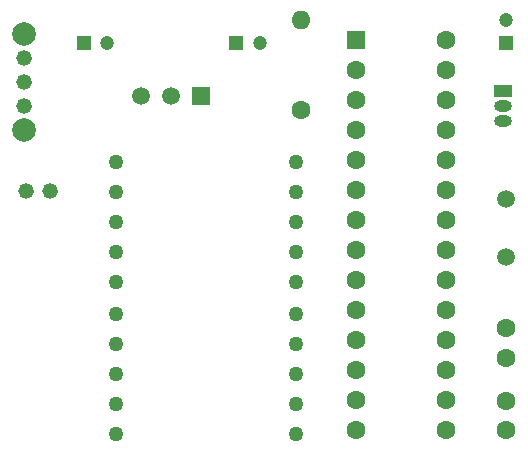
<source format=gbr>
%TF.GenerationSoftware,KiCad,Pcbnew,8.0.4*%
%TF.CreationDate,2024-08-29T11:58:41-05:00*%
%TF.ProjectId,thermometer,74686572-6d6f-46d6-9574-65722e6b6963,rev?*%
%TF.SameCoordinates,Original*%
%TF.FileFunction,Soldermask,Bot*%
%TF.FilePolarity,Negative*%
%FSLAX46Y46*%
G04 Gerber Fmt 4.6, Leading zero omitted, Abs format (unit mm)*
G04 Created by KiCad (PCBNEW 8.0.4) date 2024-08-29 11:58:41*
%MOMM*%
%LPD*%
G01*
G04 APERTURE LIST*
%ADD10R,1.498600X1.498600*%
%ADD11C,1.498600*%
%ADD12C,1.500000*%
%ADD13C,1.320800*%
%ADD14R,1.200000X1.200000*%
%ADD15C,1.200000*%
%ADD16R,1.600000X1.600000*%
%ADD17C,1.600000*%
%ADD18R,1.500000X1.000000*%
%ADD19O,1.500000X1.000000*%
%ADD20C,2.006600*%
%ADD21C,1.272000*%
%ADD22O,1.600000X1.600000*%
G04 APERTURE END LIST*
D10*
%TO.C,CR1*%
X155219400Y-84429600D03*
D11*
X152679400Y-84429600D03*
X150139400Y-84429600D03*
%TD*%
D12*
%TO.C,Y1*%
X181102000Y-98098000D03*
X181102000Y-93218000D03*
%TD*%
D13*
%TO.C,J1*%
X140419200Y-92470600D03*
X142419201Y-92470600D03*
%TD*%
D14*
%TO.C,C4*%
X145320000Y-80010000D03*
D15*
X147320000Y-80010000D03*
%TD*%
D16*
%TO.C,U4*%
X168402000Y-79756000D03*
D17*
X168402000Y-82296000D03*
X168402000Y-84836000D03*
X168402000Y-87376000D03*
X168402000Y-89916000D03*
X168402000Y-92456000D03*
X168402000Y-94996000D03*
X168402000Y-97536000D03*
X168402000Y-100076000D03*
X168402000Y-102616000D03*
X168402000Y-105156000D03*
X168402000Y-107696000D03*
X168402000Y-110236000D03*
X168402000Y-112776000D03*
X176022000Y-112776000D03*
X176022000Y-110236000D03*
X176022000Y-107696000D03*
X176022000Y-105156000D03*
X176022000Y-102616000D03*
X176022000Y-100076000D03*
X176022000Y-97536000D03*
X176022000Y-94996000D03*
X176022000Y-92456000D03*
X176022000Y-89916000D03*
X176022000Y-87376000D03*
X176022000Y-84836000D03*
X176022000Y-82296000D03*
X176022000Y-79756000D03*
%TD*%
D18*
%TO.C,U3*%
X180848000Y-84074000D03*
D19*
X180848000Y-85344000D03*
X180848000Y-86614000D03*
%TD*%
D14*
%TO.C,C5*%
X158242000Y-80010000D03*
D15*
X160242000Y-80010000D03*
%TD*%
D13*
%TO.C,SW1*%
X140289550Y-81281900D03*
X140289550Y-83281900D03*
X140289550Y-85281901D03*
D20*
X140289550Y-79181901D03*
X140289550Y-87381899D03*
%TD*%
D21*
%TO.C,U1*%
X148062000Y-90056000D03*
X148062000Y-92596000D03*
X148062000Y-95136000D03*
X148062000Y-97676000D03*
X148062000Y-100216000D03*
X163302000Y-100216000D03*
X163302000Y-97676000D03*
X163302000Y-95136000D03*
X163302000Y-92596000D03*
X163302000Y-90056000D03*
%TD*%
D17*
%TO.C,R1*%
X163702000Y-85616000D03*
D22*
X163702000Y-77996000D03*
%TD*%
D17*
%TO.C,C2*%
X181102000Y-106640000D03*
X181102000Y-104140000D03*
%TD*%
%TO.C,C1*%
X181102000Y-112756000D03*
X181102000Y-110256000D03*
%TD*%
D14*
%TO.C,C3*%
X181102000Y-80010000D03*
D15*
X181102000Y-78010000D03*
%TD*%
D21*
%TO.C,U2*%
X148062000Y-102900000D03*
X148062000Y-105440000D03*
X148062000Y-107980000D03*
X148062000Y-110520000D03*
X148062000Y-113060000D03*
X163302000Y-113060000D03*
X163302000Y-110520000D03*
X163302000Y-107980000D03*
X163302000Y-105440000D03*
X163302000Y-102900000D03*
%TD*%
M02*

</source>
